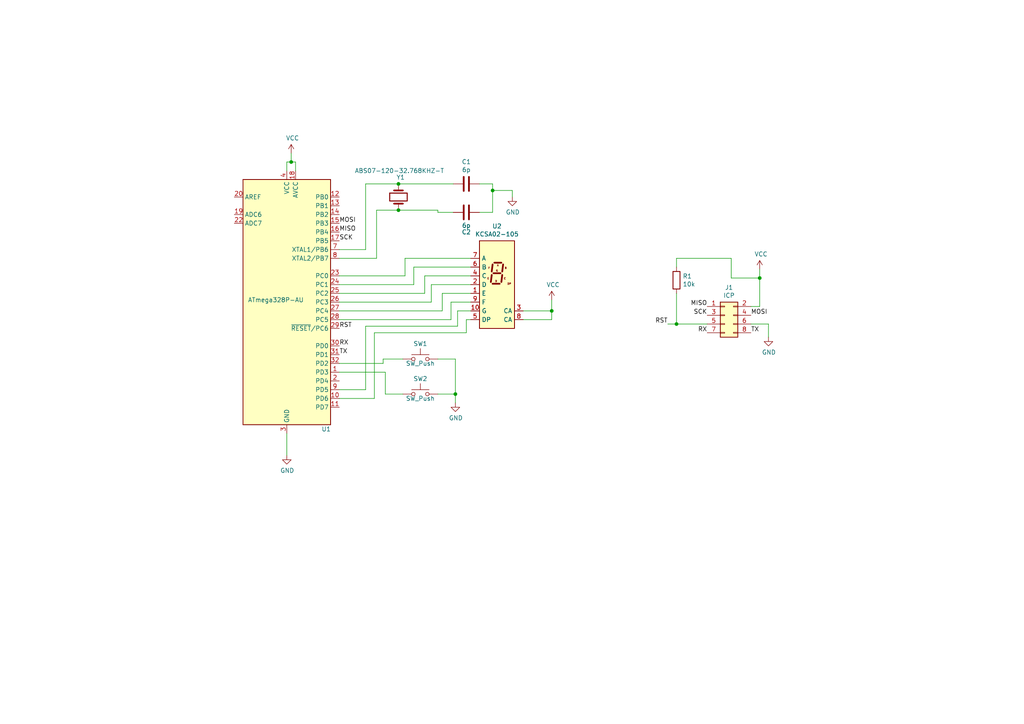
<source format=kicad_sch>
(kicad_sch (version 20231120) (generator "eeschema") (generator_version "8.0")
  (paper "A4")
  (lib_symbols
    (symbol "Connector_Generic:Conn_02x04_Odd_Even" (pin_names (offset 1.016) hide)
      (property "Reference" "J" (at 1.27 5.08 0))
      (property "Value" "Conn_02x04_Odd_Even" (at 1.27 -7.62 0))
      (symbol "Conn_02x04_Odd_Even_1_1"
        (rectangle (start -1.27 -4.953) (end 0 -5.207) (stroke (width 0.1524)))
        (rectangle (start -1.27 -2.413) (end 0 -2.667) (stroke (width 0.1524)))
        (rectangle (start -1.27 0.127) (end 0 -0.127) (stroke (width 0.1524)))
        (rectangle (start -1.27 2.667) (end 0 2.413) (stroke (width 0.1524)))
        (rectangle (start -1.27 3.81) (end 3.81 -6.35) (stroke (width 0.254)) (fill (type background)))
        (rectangle (start 3.81 -4.953) (end 2.54 -5.207) (stroke (width 0.1524)))
        (rectangle (start 3.81 -2.413) (end 2.54 -2.667) (stroke (width 0.1524)))
        (rectangle (start 3.81 0.127) (end 2.54 -0.127) (stroke (width 0.1524)))
        (rectangle (start 3.81 2.667) (end 2.54 2.413) (stroke (width 0.1524)))
        (pin passive line (at -5.08 2.54 0) (length 3.81) (name "Pin_1") (number "1"))
        (pin passive line (at 7.62 2.54 180) (length 3.81) (name "Pin_2") (number "2"))
        (pin passive line (at -5.08 0 0) (length 3.81) (name "Pin_3") (number "3"))
        (pin passive line (at 7.62 0 180) (length 3.81) (name "Pin_4") (number "4"))
        (pin passive line (at -5.08 -2.54 0) (length 3.81) (name "Pin_5") (number "5"))
        (pin passive line (at 7.62 -2.54 180) (length 3.81) (name "Pin_6") (number "6"))
        (pin passive line (at -5.08 -5.08 0) (length 3.81) (name "Pin_7") (number "7"))
        (pin passive line (at 7.62 -5.08 180) (length 3.81) (name "Pin_8") (number "8"))
      )
    )
    (symbol "Device:C" (pin_numbers hide) (pin_names (offset 0.254))
      (property "Reference" "C" (at 0.635 2.54 0))
      (property "Value" "C" (at 0.635 -2.54 0))
      (symbol "C_0_1"
        (polyline (pts (xy -2.032 -0.762) (xy 2.032 -0.762)) (stroke (width 0.508)))
        (polyline (pts (xy -2.032 0.762) (xy 2.032 0.762)) (stroke (width 0.508)))
      )
      (symbol "C_1_1"
        (pin passive line (at 0 3.81 270) (length 2.794) (name "~") (number "1"))
        (pin passive line (at 0 -3.81 90) (length 2.794) (name "~") (number "2"))
      )
    )
    (symbol "Device:R" (pin_numbers hide) (pin_names (offset 0))
      (property "Reference" "R" (at 2.032 0 90))
      (property "Value" "R" (at 0 0 90))
      (symbol "R_0_1"
        (rectangle (start -1.016 -2.54) (end 1.016 2.54) (stroke (width 0.254)))
      )
      (symbol "R_1_1"
        (pin passive line (at 0 3.81 270) (length 1.27) (name "~") (number "1"))
        (pin passive line (at 0 -3.81 90) (length 1.27) (name "~") (number "2"))
      )
    )
    (symbol "Display_Character:KCSA02-105" (pin_names (offset 0.635))
      (property "Reference" "U" (at -2.54 13.97 0))
      (property "Value" "KCSA02-105" (at 1.27 13.97 0))
      (symbol "KCSA02-105_0_0"
        (text "A" (at 0.254 5.588 0) (effects (font (size 0.508 0.508))))
        (text "B" (at 2.54 4.826 0) (effects (font (size 0.508 0.508))))
        (text "C" (at 2.286 1.778 0) (effects (font (size 0.508 0.508))))
        (text "D" (at -0.254 1.016 0) (effects (font (size 0.508 0.508))))
        (text "DP" (at 3.556 0.254 0) (effects (font (size 0.508 0.508))))
        (text "E" (at -2.54 1.778 0) (effects (font (size 0.508 0.508))))
        (text "F" (at -2.286 4.826 0) (effects (font (size 0.508 0.508))))
        (text "G" (at 0 4.064 0) (effects (font (size 0.508 0.508))))
      )
      (symbol "KCSA02-105_0_1"
        (rectangle (start -5.08 12.7) (end 5.08 -12.7) (stroke (width 0.254)) (fill (type background)))
        (polyline (pts (xy -1.524 2.794) (xy -1.778 0.762)) (stroke (width 0.508)))
        (polyline (pts (xy -1.27 0.254) (xy 0.762 0.254)) (stroke (width 0.508)))
        (polyline (pts (xy -1.27 5.842) (xy -1.524 3.81)) (stroke (width 0.508)))
        (polyline (pts (xy -1.016 3.302) (xy 1.016 3.302)) (stroke (width 0.508)))
        (polyline (pts (xy -0.762 6.35) (xy 1.27 6.35)) (stroke (width 0.508)))
        (polyline (pts (xy 1.524 2.794) (xy 1.27 0.762)) (stroke (width 0.508)))
        (polyline (pts (xy 1.778 5.842) (xy 1.524 3.81)) (stroke (width 0.508)))
        (polyline (pts (xy 2.54 0.254) (xy 2.54 0.254)) (stroke (width 0.508)))
      )
      (symbol "KCSA02-105_1_1"
        (pin input line (at -7.62 -2.54 0) (length 2.54) (name "E") (number "1"))
        (pin input line (at -7.62 -7.62 0) (length 2.54) (name "G") (number "10"))
        (pin input line (at -7.62 0 0) (length 2.54) (name "D") (number "2"))
        (pin input line (at 7.62 -7.62 180) (length 2.54) (name "CA") (number "3"))
        (pin input line (at -7.62 2.54 0) (length 2.54) (name "C") (number "4"))
        (pin input line (at -7.62 -10.16 0) (length 2.54) (name "DP") (number "5"))
        (pin input line (at -7.62 5.08 0) (length 2.54) (name "B") (number "6"))
        (pin input line (at -7.62 7.62 0) (length 2.54) (name "A") (number "7"))
        (pin input line (at 7.62 -10.16 180) (length 2.54) (name "CA") (number "8"))
        (pin input line (at -7.62 -5.08 0) (length 2.54) (name "F") (number "9"))
      )
    )
    (symbol "Switch:SW_Push" (pin_numbers hide) (pin_names (offset 1.016) hide)
      (property "Reference" "SW" (at 1.27 2.54 0))
      (property "Value" "SW_Push" (at 0 -1.524 0))
      (symbol "SW_Push_0_1"
        (circle (center -2.032 0) (radius 0.508))
        (polyline (pts (xy 0 1.27) (xy 0 3.048)))
        (polyline (pts (xy 2.54 1.27) (xy -2.54 1.27)))
        (circle (center 2.032 0) (radius 0.508))
        (pin passive line (at -5.08 0 0) (length 2.54) (name "1") (number "1"))
        (pin passive line (at 5.08 0 180) (length 2.54) (name "2") (number "2"))
      )
    )
    (symbol "avrwatch_v2-rescue:ABS07-120-32.768KHZ-T-MoireLabs" (pin_numbers hide) (pin_names (offset 1.016) hide)
      (property "Reference" "Y" (at 0 3.81 0))
      (property "Value" "MoireLabs_ABS07-120-32.768KHZ-T" (at 0 -3.81 0))
      (symbol "ABS07-120-32.768KHZ-T-MoireLabs_0_1"
        (rectangle (start -1.143 2.54) (end 1.143 -2.54) (stroke (width 0.3048)))
        (polyline (pts (xy -2.54 0) (xy -1.905 0)))
        (polyline (pts (xy -1.905 -1.27) (xy -1.905 1.27)) (stroke (width 0.508)))
        (polyline (pts (xy 1.905 -1.27) (xy 1.905 1.27)) (stroke (width 0.508)))
        (polyline (pts (xy 2.54 0) (xy 1.905 0)))
      )
      (symbol "ABS07-120-32.768KHZ-T-MoireLabs_1_1"
        (pin passive line (at -3.81 0 0) (length 1.27) (name "1") (number "1"))
        (pin passive line (at 3.81 0 180) (length 1.27) (name "2") (number "2"))
      )
    )
    (symbol "avrwatch_v2-rescue:ATmega328P-AU-MCU_Microchip_ATmega"
      (property "Reference" "U" (at -12.7 36.83 0))
      (property "Value" "MCU_Microchip_ATmega_ATmega328P-AU" (at 2.54 -36.83 0))
      (symbol "ATmega328P-AU-MCU_Microchip_ATmega_0_1"
        (rectangle (start -12.7 -35.56) (end 12.7 35.56) (stroke (width 0.254)) (fill (type background)))
      )
      (symbol "ATmega328P-AU-MCU_Microchip_ATmega_1_1"
        (pin bidirectional line (at 15.24 -20.32 180) (length 2.54) (name "PD3") (number "1"))
        (pin bidirectional line (at 15.24 -27.94 180) (length 2.54) (name "PD6") (number "10"))
        (pin bidirectional line (at 15.24 -30.48 180) (length 2.54) (name "PD7") (number "11"))
        (pin bidirectional line (at 15.24 30.48 180) (length 2.54) (name "PB0") (number "12"))
        (pin bidirectional line (at 15.24 27.94 180) (length 2.54) (name "PB1") (number "13"))
        (pin bidirectional line (at 15.24 25.4 180) (length 2.54) (name "PB2") (number "14"))
        (pin bidirectional line (at 15.24 22.86 180) (length 2.54) (name "PB3") (number "15"))
        (pin bidirectional line (at 15.24 20.32 180) (length 2.54) (name "PB4") (number "16"))
        (pin bidirectional line (at 15.24 17.78 180) (length 2.54) (name "PB5") (number "17"))
        (pin power_in line (at 2.54 38.1 270) (length 2.54) (name "AVCC") (number "18"))
        (pin input line (at -15.24 25.4 0) (length 2.54) (name "ADC6") (number "19"))
        (pin bidirectional line (at 15.24 -22.86 180) (length 2.54) (name "PD4") (number "2"))
        (pin passive line (at -15.24 30.48 0) (length 2.54) (name "AREF") (number "20"))
        (pin passive line (at 0 -38.1 90) (length 2.54) hide (name "GND") (number "21"))
        (pin input line (at -15.24 22.86 0) (length 2.54) (name "ADC7") (number "22"))
        (pin bidirectional line (at 15.24 7.62 180) (length 2.54) (name "PC0") (number "23"))
        (pin bidirectional line (at 15.24 5.08 180) (length 2.54) (name "PC1") (number "24"))
        (pin bidirectional line (at 15.24 2.54 180) (length 2.54) (name "PC2") (number "25"))
        (pin bidirectional line (at 15.24 0 180) (length 2.54) (name "PC3") (number "26"))
        (pin bidirectional line (at 15.24 -2.54 180) (length 2.54) (name "PC4") (number "27"))
        (pin bidirectional line (at 15.24 -5.08 180) (length 2.54) (name "PC5") (number "28"))
        (pin bidirectional line (at 15.24 -7.62 180) (length 2.54) (name "~{RESET}/PC6") (number "29"))
        (pin power_in line (at 0 -38.1 90) (length 2.54) (name "GND") (number "3"))
        (pin bidirectional line (at 15.24 -12.7 180) (length 2.54) (name "PD0") (number "30"))
        (pin bidirectional line (at 15.24 -15.24 180) (length 2.54) (name "PD1") (number "31"))
        (pin bidirectional line (at 15.24 -17.78 180) (length 2.54) (name "PD2") (number "32"))
        (pin power_in line (at 0 38.1 270) (length 2.54) (name "VCC") (number "4"))
        (pin passive line (at 0 -38.1 90) (length 2.54) hide (name "GND") (number "5"))
        (pin passive line (at 0 38.1 270) (length 2.54) hide (name "VCC") (number "6"))
        (pin bidirectional line (at 15.24 15.24 180) (length 2.54) (name "XTAL1/PB6") (number "7"))
        (pin bidirectional line (at 15.24 12.7 180) (length 2.54) (name "XTAL2/PB7") (number "8"))
        (pin bidirectional line (at 15.24 -25.4 180) (length 2.54) (name "PD5") (number "9"))
      )
    )
    (symbol "avrwatch_v2-rescue:GND-power" (power) (pin_names (offset 0))
      (property "Value" "power_GND" (at 0 -3.81 0))
      (symbol "GND-power_0_1"
        (polyline (pts (xy 0 0) (xy 0 -1.27) (xy 1.27 -1.27) (xy 0 -2.54) (xy -1.27 -1.27) (xy 0 -1.27)))
      )
      (symbol "GND-power_1_1"
        (pin power_in line (at 0 0 270) (length 0) hide (name "GND") (number "1"))
      )
    )
    (symbol "avrwatch_v2-rescue:VCC-power" (power) (pin_names (offset 0))
      (property "Value" "power_VCC" (at 0 3.81 0))
      (symbol "VCC-power_0_1"
        (polyline (pts (xy -0.762 1.27) (xy 0 2.54)))
        (polyline (pts (xy 0 0) (xy 0 2.54)))
        (polyline (pts (xy 0 2.54) (xy 0.762 1.27)))
      )
      (symbol "VCC-power_1_1"
        (pin power_in line (at 0 0 90) (length 0) hide (name "VCC") (number "1"))
      )
    )
  )
  (junction (at 115.57 60.96))
  (junction (at 196.215 93.98))
  (junction (at 132.08 114.3))
  (junction (at 84.455 46.99))
  (junction (at 220.345 80.645))
  (junction (at 142.875 55.245))
  (junction (at 160.02 90.17))
  (junction (at 115.57 53.34))
  (wire (pts (xy 83.185 46.99) (xy 84.455 46.99)))
  (wire (pts (xy 108.585 96.52) (xy 135.255 96.52)))
  (wire (pts (xy 111.125 105.41) (xy 111.125 104.14)))
  (wire (pts (xy 106.045 113.03) (xy 106.045 94.615)))
  (wire (pts (xy 139.065 61.595) (xy 142.875 61.595)))
  (wire (pts (xy 120.015 77.47) (xy 136.525 77.47)))
  (wire (pts (xy 109.22 60.96) (xy 115.57 60.96)))
  (wire (pts (xy 98.425 85.09) (xy 123.19 85.09)))
  (wire (pts (xy 132.715 90.17) (xy 136.525 90.17)))
  (wire (pts (xy 160.02 90.17) (xy 160.02 86.995)))
  (wire (pts (xy 142.875 55.245) (xy 148.59 55.245)))
  (wire (pts (xy 132.08 114.3) (xy 132.08 116.84)))
  (wire (pts (xy 220.345 80.645) (xy 220.345 88.9)))
  (wire (pts (xy 83.185 125.73) (xy 83.185 132.08)))
  (wire (pts (xy 84.455 46.99) (xy 84.455 44.45)))
  (wire (pts (xy 160.02 92.71) (xy 160.02 90.17)))
  (wire (pts (xy 196.215 77.47) (xy 196.215 74.93)))
  (wire (pts (xy 125.095 87.63) (xy 125.095 82.55)))
  (wire (pts (xy 222.885 93.98) (xy 222.885 97.79)))
  (wire (pts (xy 142.875 61.595) (xy 142.875 55.245)))
  (wire (pts (xy 193.675 93.98) (xy 196.215 93.98)))
  (wire (pts (xy 139.065 53.34) (xy 142.875 53.34)))
  (wire (pts (xy 127 60.96) (xy 127 61.595)))
  (wire (pts (xy 111.125 104.14) (xy 116.84 104.14)))
  (wire (pts (xy 127 114.3) (xy 132.08 114.3)))
  (wire (pts (xy 135.255 96.52) (xy 135.255 92.71)))
  (wire (pts (xy 196.215 85.09) (xy 196.215 93.98)))
  (wire (pts (xy 98.425 90.17) (xy 128.27 90.17)))
  (wire (pts (xy 117.475 74.93) (xy 136.525 74.93)))
  (wire (pts (xy 196.215 93.98) (xy 205.105 93.98)))
  (wire (pts (xy 98.425 74.93) (xy 109.22 74.93)))
  (wire (pts (xy 142.875 53.34) (xy 142.875 55.245)))
  (wire (pts (xy 130.81 92.71) (xy 130.81 87.63)))
  (wire (pts (xy 128.27 85.09) (xy 136.525 85.09)))
  (wire (pts (xy 117.475 80.01) (xy 117.475 74.93)))
  (wire (pts (xy 98.425 92.71) (xy 130.81 92.71)))
  (wire (pts (xy 98.425 82.55) (xy 120.015 82.55)))
  (wire (pts (xy 212.09 74.93) (xy 212.09 80.645)))
  (wire (pts (xy 127 61.595) (xy 131.445 61.595)))
  (wire (pts (xy 115.57 60.96) (xy 127 60.96)))
  (wire (pts (xy 120.015 82.55) (xy 120.015 77.47)))
  (wire (pts (xy 98.425 80.01) (xy 117.475 80.01)))
  (wire (pts (xy 212.09 80.645) (xy 220.345 80.645)))
  (wire (pts (xy 98.425 115.57) (xy 108.585 115.57)))
  (wire (pts (xy 85.725 46.99) (xy 85.725 49.53)))
  (wire (pts (xy 217.805 88.9) (xy 220.345 88.9)))
  (wire (pts (xy 106.045 72.39) (xy 106.045 53.34)))
  (wire (pts (xy 220.345 78.105) (xy 220.345 80.645)))
  (wire (pts (xy 123.19 85.09) (xy 123.19 80.01)))
  (wire (pts (xy 123.19 80.01) (xy 136.525 80.01)))
  (wire (pts (xy 84.455 46.99) (xy 85.725 46.99)))
  (wire (pts (xy 111.76 114.3) (xy 116.84 114.3)))
  (wire (pts (xy 128.27 90.17) (xy 128.27 85.09)))
  (wire (pts (xy 217.805 93.98) (xy 222.885 93.98)))
  (wire (pts (xy 132.715 94.615) (xy 132.715 90.17)))
  (wire (pts (xy 98.425 113.03) (xy 106.045 113.03)))
  (wire (pts (xy 98.425 72.39) (xy 106.045 72.39)))
  (wire (pts (xy 83.185 49.53) (xy 83.185 46.99)))
  (wire (pts (xy 111.76 107.95) (xy 111.76 114.3)))
  (wire (pts (xy 115.57 53.34) (xy 131.445 53.34)))
  (wire (pts (xy 127 104.14) (xy 132.08 104.14)))
  (wire (pts (xy 135.255 92.71) (xy 136.525 92.71)))
  (wire (pts (xy 132.08 104.14) (xy 132.08 114.3)))
  (wire (pts (xy 148.59 55.245) (xy 148.59 57.15)))
  (wire (pts (xy 109.22 74.93) (xy 109.22 60.96)))
  (wire (pts (xy 151.765 92.71) (xy 160.02 92.71)))
  (wire (pts (xy 98.425 107.95) (xy 111.76 107.95)))
  (wire (pts (xy 98.425 105.41) (xy 111.125 105.41)))
  (wire (pts (xy 130.81 87.63) (xy 136.525 87.63)))
  (wire (pts (xy 125.095 82.55) (xy 136.525 82.55)))
  (wire (pts (xy 106.045 53.34) (xy 115.57 53.34)))
  (wire (pts (xy 106.045 94.615) (xy 132.715 94.615)))
  (wire (pts (xy 151.765 90.17) (xy 160.02 90.17)))
  (wire (pts (xy 196.215 74.93) (xy 212.09 74.93)))
  (wire (pts (xy 98.425 87.63) (xy 125.095 87.63)))
  (wire (pts (xy 108.585 115.57) (xy 108.585 96.52)))
  (label "TX" (at 217.805 96.52 0))
  (label "RST" (at 98.425 95.25 0))
  (label "MOSI" (at 217.805 91.44 0))
  (label "TX" (at 98.425 102.87 0))
  (label "MISO" (at 205.105 88.9 180))
  (label "SCK" (at 98.425 69.85 0))
  (label "RX" (at 98.425 100.33 0))
  (label "SCK" (at 205.105 91.44 180))
  (label "RX" (at 205.105 96.52 180))
  (label "RST" (at 193.675 93.98 180))
  (label "MISO" (at 98.425 67.31 0))
  (label "MOSI" (at 98.425 64.77 0))
  (symbol (lib_id "avrwatch_v2-rescue:ATmega328P-AU-MCU_Microchip_ATmega") (at 83.185 87.63 0) (unit 1)
    (property "Reference" "U1" (at 94.615 124.46 0))
    (property "Value" "ATmega328P-AU" (at 80.01 86.995 0))
    (property "Footprint" "Package_QFP:TQFP-32_7x7mm_P0.8mm" (effects (hide yes)))
    (property "Datasheet" "http://ww1.microchip.com/downloads/en/DeviceDoc/ATmega328_P%20AVR%20MCU%20with%20picoPower%20Technology%20Data%20Sheet%2040001984A.pdf" (effects (hide yes)))
  )
  (symbol (lib_id "Display_Character:KCSA02-105") (at 144.145 82.55 0) (unit 1)
    (property "Reference" "U2" (at 144.145 65.6082 0))
    (property "Value" "KCSA02-105" (at 144.145 67.9196 0))
    (property "Footprint" "Display_7Segment:KCSC02-105" (effects (hide yes)))
    (property "Datasheet" "http://www.kingbright.com/attachments/file/psearch/000/00/00/KCSA02-105(Ver.10A).pdf" (effects (hide yes)))
  )
  (symbol (lib_id "Switch:SW_Push") (at 121.92 104.14 0) (unit 1)
    (property "Reference" "SW1" (at 121.92 99.695 0))
    (property "Value" "SW_Push" (at 121.92 105.41 0))
    (property "Footprint" "QuorumPrecision:SW_PUSH_6mm_H9.5mm_center" (effects (hide yes)))
  )
  (symbol (lib_id "Switch:SW_Push") (at 121.92 114.3 0) (unit 1)
    (property "Reference" "SW2" (at 121.92 109.855 0))
    (property "Value" "SW_Push" (at 121.92 115.57 0))
    (property "Footprint" "QuorumPrecision:SW_PUSH_6mm_H9.5mm_center" (effects (hide yes)))
  )
  (symbol (lib_id "avrwatch_v2-rescue:GND-power") (at 132.08 116.84 0) (unit 1)
    (property "Reference" "#PWR0101" (effects (hide yes)))
    (property "Value" "GND" (at 132.207 121.2342 0))
  )
  (symbol (lib_id "avrwatch_v2-rescue:VCC-power") (at 220.345 78.105 0) (unit 1)
    (property "Reference" "#PWR0105" (effects (hide yes)))
    (property "Value" "VCC" (at 220.726 73.7108 0))
  )
  (symbol (lib_id "avrwatch_v2-rescue:GND-power") (at 222.885 97.79 0) (unit 1)
    (property "Reference" "#PWR0106" (effects (hide yes)))
    (property "Value" "GND" (at 223.012 102.1842 0))
  )
  (symbol (lib_id "Device:R") (at 196.215 81.28 0) (unit 1)
    (property "Reference" "R1" (at 197.993 80.1116 0) (effects (justify left)))
    (property "Value" "10k" (at 197.993 82.423 0) (effects (justify left)))
    (property "Footprint" "Resistor_SMD:R_0603_1608Metric" (effects (hide yes)))
  )
  (symbol (lib_id "avrwatch_v2-rescue:VCC-power") (at 160.02 86.995 0) (unit 1)
    (property "Reference" "#PWR0102" (effects (hide yes)))
    (property "Value" "VCC" (at 160.401 82.6008 0))
  )
  (symbol (lib_id "avrwatch_v2-rescue:VCC-power") (at 84.455 44.45 0) (unit 1)
    (property "Reference" "#PWR0103" (effects (hide yes)))
    (property "Value" "VCC" (at 84.836 40.0558 0))
  )
  (symbol (lib_id "avrwatch_v2-rescue:GND-power") (at 83.185 132.08 0) (unit 1)
    (property "Reference" "#PWR0104" (effects (hide yes)))
    (property "Value" "GND" (at 83.312 136.4742 0))
  )
  (symbol (lib_id "Connector_Generic:Conn_02x04_Odd_Even") (at 210.185 91.44 0) (unit 1)
    (property "Reference" "J1" (at 211.455 83.3882 0))
    (property "Value" "ICP" (at 211.455 85.6996 0))
    (property "Footprint" "Connector_PinHeader_2.54mm:PinHeader_2x04_P2.54mm_Vertical" (effects (hide yes)))
  )
  (symbol (lib_id "avrwatch_v2-rescue:ABS07-120-32.768KHZ-T-MoireLabs") (at 115.57 57.15 270) (unit 1)
    (property "Reference" "Y1" (at 114.935 51.435 90) (effects (justify left)))
    (property "Value" "ABS07-120-32.768KHZ-T" (at 102.87 49.53 90) (effects (justify left)))
    (property "Footprint" "Crystal:Crystal_SMD_3215-2Pin_3.2x1.5mm" (effects (hide yes)))
    (property "FARNELL" "2467864" (effects (hide yes)))
  )
  (symbol (lib_id "Device:C") (at 135.255 53.34 270) (unit 1)
    (property "Reference" "C1" (at 135.255 46.9392 90))
    (property "Value" "6p" (at 135.255 49.2506 90))
    (property "Footprint" "Capacitor_SMD:C_0603_1608Metric" (effects (hide yes)))
  )
  (symbol (lib_id "Device:C") (at 135.255 61.595 270) (unit 1)
    (property "Reference" "C2" (at 135.255 67.31 90))
    (property "Value" "6p" (at 135.255 65.405 90))
    (property "Footprint" "Capacitor_SMD:C_0603_1608Metric" (effects (hide yes)))
  )
  (symbol (lib_id "avrwatch_v2-rescue:GND-power") (at 148.59 57.15 0) (unit 1)
    (property "Reference" "#PWR0107" (effects (hide yes)))
    (property "Value" "GND" (at 148.717 61.5442 0))
  )
)
</source>
